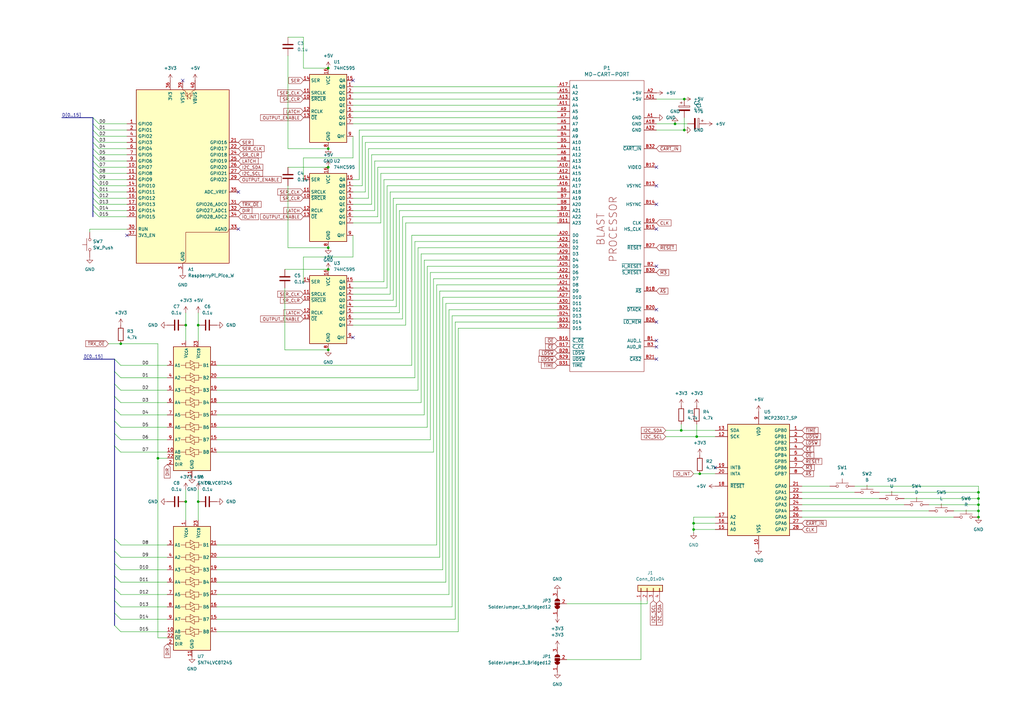
<source format=kicad_sch>
(kicad_sch (version 20231120) (generator "eeschema") (generator_version "8.0")
  (paper "A3")
  (junction (at 287.02 194.31))
  (junction (at 401.32 207.01))
  (junction (at 284.48 217.17))
  (junction (at 134.62 27.94))
  (junction (at 81.28 133.35))
  (junction (at 401.32 209.55))
  (junction (at 134.62 143.51))
  (junction (at 76.2 205.74))
  (junction (at 279.4 176.53))
  (junction (at 284.48 214.63))
  (junction (at 280.67 53.34))
  (junction (at 280.67 40.64))
  (junction (at 49.53 140.97))
  (junction (at 276.86 50.8))
  (junction (at 401.32 204.47))
  (junction (at 81.28 205.74))
  (junction (at 134.62 110.49))
  (junction (at 401.32 201.93))
  (junction (at 134.62 68.58))
  (junction (at 285.75 179.07))
  (junction (at 134.62 60.96))
  (junction (at 64.77 187.96))
  (junction (at 401.32 212.09))
  (junction (at 134.62 101.6))
  (junction (at 76.2 133.35))
  (no_connect (at 269.24 109.22))
  (no_connect (at 269.24 76.2))
  (no_connect (at 269.24 132.08))
  (no_connect (at 52.07 96.52))
  (no_connect (at 269.24 93.98))
  (no_connect (at 74.93 33.02))
  (no_connect (at 269.24 83.82))
  (no_connect (at 144.78 138.43))
  (no_connect (at 293.37 191.77))
  (no_connect (at 269.24 147.32))
  (no_connect (at 269.24 68.58))
  (no_connect (at 144.78 33.02))
  (no_connect (at 269.24 127))
  (no_connect (at 269.24 139.7))
  (no_connect (at 97.79 93.98))
  (no_connect (at 269.24 142.24))
  (no_connect (at 97.79 78.74))
  (bus_entry (at 46.99 226.06) (size 2.54 2.54))
  (bus_entry (at 38.1 63.5) (size 2.54 2.54))
  (bus_entry (at 38.1 71.12) (size 2.54 2.54))
  (bus_entry (at 38.1 48.26) (size 2.54 2.54))
  (bus_entry (at 46.99 220.98) (size 2.54 2.54))
  (bus_entry (at 38.1 76.2) (size 2.54 2.54))
  (bus_entry (at 46.99 182.88) (size 2.54 2.54))
  (bus_entry (at 46.99 172.72) (size 2.54 2.54))
  (bus_entry (at 46.99 177.8) (size 2.54 2.54))
  (bus_entry (at 38.1 78.74) (size 2.54 2.54))
  (bus_entry (at 38.1 83.82) (size 2.54 2.54))
  (bus_entry (at 38.1 53.34) (size 2.54 2.54))
  (bus_entry (at 46.99 251.46) (size 2.54 2.54))
  (bus_entry (at 46.99 152.4) (size 2.54 2.54))
  (bus_entry (at 46.99 231.14) (size 2.54 2.54))
  (bus_entry (at 46.99 241.3) (size 2.54 2.54))
  (bus_entry (at 38.1 55.88) (size 2.54 2.54))
  (bus_entry (at 38.1 50.8) (size 2.54 2.54))
  (bus_entry (at 38.1 73.66) (size 2.54 2.54))
  (bus_entry (at 46.99 236.22) (size 2.54 2.54))
  (bus_entry (at 46.99 147.32) (size 2.54 2.54))
  (bus_entry (at 46.99 246.38) (size 2.54 2.54))
  (bus_entry (at 38.1 60.96) (size 2.54 2.54))
  (bus_entry (at 46.99 256.54) (size 2.54 2.54))
  (bus_entry (at 38.1 58.42) (size 2.54 2.54))
  (bus_entry (at 46.99 167.64) (size 2.54 2.54))
  (bus_entry (at 38.1 68.58) (size 2.54 2.54))
  (bus_entry (at 38.1 81.28) (size 2.54 2.54))
  (bus_entry (at 46.99 157.48) (size 2.54 2.54))
  (bus_entry (at 38.1 86.36) (size 2.54 2.54))
  (bus_entry (at 38.1 66.04) (size 2.54 2.54))
  (bus_entry (at 46.99 162.56) (size 2.54 2.54))
  (wire (pts (xy 175.26 109.22) (xy 175.26 175.26)))
  (bus (pts (xy 46.99 157.48) (xy 46.99 152.4)))
  (wire (pts (xy 179.07 116.84) (xy 228.6 116.84)))
  (wire (pts (xy 40.64 86.36) (xy 52.07 86.36)))
  (wire (pts (xy 49.53 228.6) (xy 68.58 228.6)))
  (wire (pts (xy 168.91 149.86) (xy 168.91 96.52)))
  (wire (pts (xy 157.48 73.66) (xy 228.6 73.66)))
  (wire (pts (xy 88.9 160.02) (xy 171.45 160.02)))
  (wire (pts (xy 173.99 106.68) (xy 228.6 106.68)))
  (bus (pts (xy 46.99 152.4) (xy 46.99 147.32)))
  (wire (pts (xy 280.67 48.26) (xy 280.67 53.34)))
  (wire (pts (xy 64.77 140.97) (xy 64.77 187.96)))
  (wire (pts (xy 328.93 201.93) (xy 350.52 201.93)))
  (wire (pts (xy 148.59 55.88) (xy 228.6 55.88)))
  (wire (pts (xy 144.78 38.1) (xy 228.6 38.1)))
  (wire (pts (xy 88.9 175.26) (xy 175.26 175.26)))
  (wire (pts (xy 149.86 78.74) (xy 149.86 58.42)))
  (wire (pts (xy 40.64 71.12) (xy 52.07 71.12)))
  (wire (pts (xy 156.21 91.44) (xy 144.78 91.44)))
  (wire (pts (xy 228.6 129.54) (xy 185.42 129.54)))
  (wire (pts (xy 144.78 40.64) (xy 228.6 40.64)))
  (wire (pts (xy 88.9 154.94) (xy 170.18 154.94)))
  (wire (pts (xy 144.78 88.9) (xy 154.94 88.9)))
  (wire (pts (xy 49.53 175.26) (xy 68.58 175.26)))
  (bus (pts (xy 46.99 231.14) (xy 46.99 226.06)))
  (wire (pts (xy 180.34 228.6) (xy 88.9 228.6)))
  (wire (pts (xy 152.4 63.5) (xy 228.6 63.5)))
  (wire (pts (xy 287.02 194.31) (xy 293.37 194.31)))
  (bus (pts (xy 46.99 172.72) (xy 46.99 167.64)))
  (wire (pts (xy 284.48 194.31) (xy 287.02 194.31)))
  (bus (pts (xy 38.1 60.96) (xy 38.1 58.42)))
  (bus (pts (xy 46.99 246.38) (xy 46.99 241.3)))
  (wire (pts (xy 40.64 68.58) (xy 52.07 68.58)))
  (wire (pts (xy 170.18 99.06) (xy 170.18 154.94)))
  (wire (pts (xy 40.64 78.74) (xy 52.07 78.74)))
  (wire (pts (xy 265.43 247.65) (xy 265.43 246.38)))
  (wire (pts (xy 152.4 83.82) (xy 152.4 63.5)))
  (wire (pts (xy 40.64 55.88) (xy 52.07 55.88)))
  (wire (pts (xy 181.61 233.68) (xy 181.61 121.92)))
  (wire (pts (xy 160.02 78.74) (xy 228.6 78.74)))
  (wire (pts (xy 144.78 120.65) (xy 160.02 120.65)))
  (wire (pts (xy 118.11 22.86) (xy 118.11 60.96)))
  (bus (pts (xy 38.1 53.34) (xy 38.1 50.8)))
  (wire (pts (xy 49.53 149.86) (xy 68.58 149.86)))
  (wire (pts (xy 262.89 270.51) (xy 262.89 246.38)))
  (wire (pts (xy 381 207.01) (xy 401.32 207.01)))
  (wire (pts (xy 144.78 96.52) (xy 144.78 105.41)))
  (bus (pts (xy 38.1 55.88) (xy 38.1 53.34)))
  (wire (pts (xy 177.8 114.3) (xy 228.6 114.3)))
  (wire (pts (xy 163.83 86.36) (xy 163.83 128.27)))
  (wire (pts (xy 228.6 124.46) (xy 182.88 124.46)))
  (wire (pts (xy 64.77 187.96) (xy 64.77 261.62)))
  (wire (pts (xy 279.4 176.53) (xy 293.37 176.53)))
  (wire (pts (xy 401.32 201.93) (xy 401.32 204.47)))
  (wire (pts (xy 370.84 204.47) (xy 401.32 204.47)))
  (bus (pts (xy 38.1 50.8) (xy 38.1 48.26)))
  (wire (pts (xy 40.64 50.8) (xy 52.07 50.8)))
  (wire (pts (xy 177.8 114.3) (xy 177.8 185.42)))
  (wire (pts (xy 147.32 53.34) (xy 228.6 53.34)))
  (bus (pts (xy 38.1 66.04) (xy 38.1 63.5)))
  (wire (pts (xy 273.05 176.53) (xy 279.4 176.53)))
  (wire (pts (xy 284.48 214.63) (xy 284.48 212.09)))
  (wire (pts (xy 172.72 104.14) (xy 172.72 165.1)))
  (bus (pts (xy 46.99 226.06) (xy 46.99 220.98)))
  (wire (pts (xy 148.59 76.2) (xy 148.59 55.88)))
  (wire (pts (xy 285.75 179.07) (xy 293.37 179.07)))
  (wire (pts (xy 40.64 73.66) (xy 52.07 73.66)))
  (wire (pts (xy 49.53 140.97) (xy 64.77 140.97)))
  (wire (pts (xy 181.61 121.92) (xy 228.6 121.92)))
  (wire (pts (xy 328.93 209.55) (xy 381 209.55)))
  (wire (pts (xy 228.6 86.36) (xy 163.83 86.36)))
  (wire (pts (xy 184.15 127) (xy 228.6 127)))
  (wire (pts (xy 172.72 104.14) (xy 228.6 104.14)))
  (wire (pts (xy 176.53 111.76) (xy 228.6 111.76)))
  (wire (pts (xy 49.53 233.68) (xy 68.58 233.68)))
  (wire (pts (xy 186.69 254) (xy 186.69 132.08)))
  (wire (pts (xy 284.48 217.17) (xy 284.48 214.63)))
  (wire (pts (xy 144.78 76.2) (xy 148.59 76.2)))
  (wire (pts (xy 184.15 243.84) (xy 184.15 127)))
  (wire (pts (xy 328.93 204.47) (xy 360.68 204.47)))
  (wire (pts (xy 165.1 88.9) (xy 228.6 88.9)))
  (wire (pts (xy 171.45 101.6) (xy 228.6 101.6)))
  (wire (pts (xy 284.48 218.44) (xy 284.48 217.17)))
  (bus (pts (xy 38.1 78.74) (xy 38.1 76.2)))
  (wire (pts (xy 228.6 134.62) (xy 187.96 134.62)))
  (wire (pts (xy 76.2 200.66) (xy 76.2 205.74)))
  (wire (pts (xy 40.64 83.82) (xy 52.07 83.82)))
  (wire (pts (xy 88.9 223.52) (xy 179.07 223.52)))
  (wire (pts (xy 158.75 76.2) (xy 228.6 76.2)))
  (wire (pts (xy 170.18 99.06) (xy 228.6 99.06)))
  (bus (pts (xy 46.99 162.56) (xy 46.99 157.48)))
  (wire (pts (xy 124.46 64.77) (xy 124.46 73.66)))
  (wire (pts (xy 156.21 71.12) (xy 156.21 91.44)))
  (bus (pts (xy 38.1 63.5) (xy 38.1 60.96)))
  (wire (pts (xy 171.45 160.02) (xy 171.45 101.6)))
  (bus (pts (xy 38.1 58.42) (xy 38.1 55.88)))
  (wire (pts (xy 44.45 140.97) (xy 49.53 140.97)))
  (wire (pts (xy 88.9 254) (xy 186.69 254)))
  (wire (pts (xy 144.78 50.8) (xy 228.6 50.8)))
  (bus (pts (xy 38.1 76.2) (xy 38.1 73.66)))
  (wire (pts (xy 144.78 55.88) (xy 144.78 64.77)))
  (wire (pts (xy 134.62 101.6) (xy 118.11 101.6)))
  (wire (pts (xy 144.78 115.57) (xy 157.48 115.57)))
  (wire (pts (xy 360.68 201.93) (xy 401.32 201.93)))
  (wire (pts (xy 124.46 27.94) (xy 124.46 15.24)))
  (wire (pts (xy 285.75 173.99) (xy 285.75 179.07)))
  (wire (pts (xy 49.53 170.18) (xy 68.58 170.18)))
  (wire (pts (xy 180.34 119.38) (xy 180.34 228.6)))
  (wire (pts (xy 40.64 81.28) (xy 52.07 81.28)))
  (wire (pts (xy 88.9 243.84) (xy 184.15 243.84)))
  (wire (pts (xy 281.94 50.8) (xy 276.86 50.8)))
  (bus (pts (xy 38.1 86.36) (xy 38.1 83.82)))
  (wire (pts (xy 144.78 83.82) (xy 152.4 83.82)))
  (wire (pts (xy 158.75 118.11) (xy 158.75 76.2)))
  (wire (pts (xy 166.37 91.44) (xy 166.37 133.35)))
  (wire (pts (xy 49.53 223.52) (xy 68.58 223.52)))
  (wire (pts (xy 88.9 170.18) (xy 173.99 170.18)))
  (wire (pts (xy 185.42 248.92) (xy 88.9 248.92)))
  (wire (pts (xy 182.88 124.46) (xy 182.88 238.76)))
  (wire (pts (xy 36.83 93.98) (xy 36.83 95.25)))
  (wire (pts (xy 144.78 81.28) (xy 151.13 81.28)))
  (wire (pts (xy 160.02 120.65) (xy 160.02 78.74)))
  (wire (pts (xy 276.86 50.8) (xy 269.24 50.8)))
  (wire (pts (xy 144.78 64.77) (xy 124.46 64.77)))
  (wire (pts (xy 49.53 185.42) (xy 68.58 185.42)))
  (wire (pts (xy 40.64 66.04) (xy 52.07 66.04)))
  (wire (pts (xy 134.62 110.49) (xy 116.84 110.49)))
  (wire (pts (xy 49.53 165.1) (xy 68.58 165.1)))
  (wire (pts (xy 88.9 149.86) (xy 168.91 149.86)))
  (wire (pts (xy 328.93 207.01) (xy 370.84 207.01)))
  (bus (pts (xy 46.99 251.46) (xy 46.99 246.38)))
  (wire (pts (xy 49.53 160.02) (xy 68.58 160.02)))
  (wire (pts (xy 168.91 96.52) (xy 228.6 96.52)))
  (wire (pts (xy 144.78 45.72) (xy 228.6 45.72)))
  (wire (pts (xy 173.99 170.18) (xy 173.99 106.68)))
  (wire (pts (xy 284.48 217.17) (xy 293.37 217.17)))
  (wire (pts (xy 161.29 123.19) (xy 161.29 81.28)))
  (wire (pts (xy 116.84 118.11) (xy 116.84 143.51)))
  (wire (pts (xy 185.42 129.54) (xy 185.42 248.92)))
  (wire (pts (xy 49.53 154.94) (xy 68.58 154.94)))
  (wire (pts (xy 151.13 60.96) (xy 228.6 60.96)))
  (wire (pts (xy 88.9 233.68) (xy 181.61 233.68)))
  (wire (pts (xy 144.78 105.41) (xy 124.46 105.41)))
  (wire (pts (xy 81.28 128.27) (xy 81.28 133.35)))
  (wire (pts (xy 154.94 68.58) (xy 228.6 68.58)))
  (wire (pts (xy 186.69 132.08) (xy 228.6 132.08)))
  (wire (pts (xy 88.9 165.1) (xy 172.72 165.1)))
  (wire (pts (xy 40.64 58.42) (xy 52.07 58.42)))
  (wire (pts (xy 144.78 125.73) (xy 162.56 125.73)))
  (wire (pts (xy 401.32 207.01) (xy 401.32 209.55)))
  (wire (pts (xy 64.77 261.62) (xy 68.58 261.62)))
  (wire (pts (xy 88.9 180.34) (xy 176.53 180.34)))
  (wire (pts (xy 144.78 73.66) (xy 147.32 73.66)))
  (wire (pts (xy 149.86 58.42) (xy 228.6 58.42)))
  (wire (pts (xy 176.53 180.34) (xy 176.53 111.76)))
  (wire (pts (xy 88.9 185.42) (xy 177.8 185.42)))
  (wire (pts (xy 153.67 86.36) (xy 144.78 86.36)))
  (bus (pts (xy 46.99 167.64) (xy 46.99 162.56)))
  (wire (pts (xy 182.88 238.76) (xy 88.9 238.76)))
  (wire (pts (xy 49.53 254) (xy 68.58 254)))
  (bus (pts (xy 46.99 241.3) (xy 46.99 236.22)))
  (wire (pts (xy 124.46 105.41) (xy 124.46 115.57)))
  (wire (pts (xy 64.77 187.96) (xy 68.58 187.96)))
  (wire (pts (xy 144.78 130.81) (xy 165.1 130.81)))
  (wire (pts (xy 40.64 76.2) (xy 52.07 76.2)))
  (wire (pts (xy 157.48 115.57) (xy 157.48 73.66)))
  (wire (pts (xy 144.78 43.18) (xy 228.6 43.18)))
  (wire (pts (xy 76.2 128.27) (xy 76.2 133.35)))
  (bus (pts (xy 46.99 256.54) (xy 46.99 251.46)))
  (wire (pts (xy 269.24 40.64) (xy 280.67 40.64)))
  (wire (pts (xy 350.52 199.39) (xy 401.32 199.39)))
  (wire (pts (xy 144.78 123.19) (xy 161.29 123.19)))
  (wire (pts (xy 280.67 53.34) (xy 269.24 53.34)))
  (wire (pts (xy 154.94 88.9) (xy 154.94 68.58)))
  (wire (pts (xy 401.32 209.55) (xy 401.32 212.09)))
  (wire (pts (xy 228.6 119.38) (xy 180.34 119.38)))
  (wire (pts (xy 228.6 91.44) (xy 166.37 91.44)))
  (bus (pts (xy 38.1 73.66) (xy 38.1 71.12)))
  (wire (pts (xy 163.83 128.27) (xy 144.78 128.27)))
  (wire (pts (xy 328.93 212.09) (xy 391.16 212.09)))
  (wire (pts (xy 49.53 243.84) (xy 68.58 243.84)))
  (wire (pts (xy 279.4 173.99) (xy 279.4 176.53)))
  (wire (pts (xy 232.41 270.51) (xy 262.89 270.51)))
  (wire (pts (xy 52.07 93.98) (xy 36.83 93.98)))
  (bus (pts (xy 46.99 147.32) (xy 34.29 147.32)))
  (wire (pts (xy 187.96 134.62) (xy 187.96 259.08)))
  (wire (pts (xy 76.2 133.35) (xy 76.2 139.7)))
  (wire (pts (xy 161.29 81.28) (xy 228.6 81.28)))
  (wire (pts (xy 162.56 83.82) (xy 228.6 83.82)))
  (wire (pts (xy 134.62 68.58) (xy 118.11 68.58)))
  (wire (pts (xy 401.32 199.39) (xy 401.32 201.93)))
  (wire (pts (xy 401.32 204.47) (xy 401.32 207.01)))
  (wire (pts (xy 124.46 15.24) (xy 118.11 15.24)))
  (wire (pts (xy 49.53 259.08) (xy 68.58 259.08)))
  (bus (pts (xy 38.1 83.82) (xy 38.1 81.28)))
  (bus (pts (xy 46.99 220.98) (xy 46.99 182.88)))
  (wire (pts (xy 40.64 88.9) (xy 52.07 88.9)))
  (wire (pts (xy 81.28 205.74) (xy 81.28 213.36)))
  (wire (pts (xy 147.32 73.66) (xy 147.32 53.34)))
  (wire (pts (xy 284.48 212.09) (xy 293.37 212.09)))
  (wire (pts (xy 151.13 81.28) (xy 151.13 60.96)))
  (wire (pts (xy 391.16 209.55) (xy 401.32 209.55)))
  (wire (pts (xy 144.78 78.74) (xy 149.86 78.74)))
  (bus (pts (xy 46.99 236.22) (xy 46.99 231.14)))
  (wire (pts (xy 179.07 223.52) (xy 179.07 116.84)))
  (wire (pts (xy 162.56 125.73) (xy 162.56 83.82)))
  (wire (pts (xy 175.26 109.22) (xy 228.6 109.22)))
  (wire (pts (xy 40.64 60.96) (xy 52.07 60.96)))
  (wire (pts (xy 144.78 35.56) (xy 228.6 35.56)))
  (wire (pts (xy 116.84 143.51) (xy 134.62 143.51)))
  (wire (pts (xy 144.78 118.11) (xy 158.75 118.11)))
  (wire (pts (xy 49.53 180.34) (xy 68.58 180.34)))
  (wire (pts (xy 134.62 27.94) (xy 124.46 27.94)))
  (wire (pts (xy 76.2 205.74) (xy 76.2 213.36)))
  (wire (pts (xy 49.53 238.76) (xy 68.58 238.76)))
  (wire (pts (xy 81.28 133.35) (xy 81.28 139.7)))
  (bus (pts (xy 46.99 177.8) (xy 46.99 172.72)))
  (wire (pts (xy 284.48 214.63) (xy 293.37 214.63)))
  (wire (pts (xy 153.67 66.04) (xy 228.6 66.04)))
  (wire (pts (xy 118.11 60.96) (xy 134.62 60.96)))
  (wire (pts (xy 273.05 179.07) (xy 285.75 179.07)))
  (bus (pts (xy 38.1 88.9) (xy 38.1 86.36)))
  (wire (pts (xy 165.1 130.81) (xy 165.1 88.9)))
  (bus (pts (xy 25.4 48.26) (xy 38.1 48.26)))
  (bus (pts (xy 38.1 71.12) (xy 38.1 68.58)))
  (wire (pts (xy 144.78 48.26) (xy 228.6 48.26)))
  (wire (pts (xy 187.96 259.08) (xy 88.9 259.08)))
  (wire (pts (xy 40.64 63.5) (xy 52.07 63.5)))
  (wire (pts (xy 118.11 101.6) (xy 118.11 76.2)))
  (wire (pts (xy 153.67 66.04) (xy 153.67 86.36)))
  (bus (pts (xy 38.1 81.28) (xy 38.1 78.74)))
  (wire (pts (xy 328.93 199.39) (xy 340.36 199.39)))
  (wire (pts (xy 156.21 71.12) (xy 228.6 71.12)))
  (wire (pts (xy 81.28 200.66) (xy 81.28 205.74)))
  (bus (pts (xy 46.99 182.88) (xy 46.99 177.8)))
  (wire (pts (xy 40.64 53.34) (xy 52.07 53.34)))
  (bus (pts (xy 38.1 68.58) (xy 38.1 66.04)))
  (wire (pts (xy 49.53 248.92) (xy 68.58 248.92)))
  (wire (pts (xy 166.37 133.35) (xy 144.78 133.35)))
  (wire (pts (xy 232.41 247.65) (xy 265.43 247.65)))
  (label "D0" (at 40.64 50.8 0))
  (label "D[0..15]" (at 25.4 48.26 0))
  (label "D9" (at 40.64 73.66 0))
  (label "D11" (at 40.64 78.74 0))
  (label "D10" (at 60.96 233.68 180))
  (label "D15" (at 60.96 259.08 180))
  (label "D12" (at 40.64 81.28 0))
  (label "D[0..15]" (at 34.29 147.32 0))
  (label "D13" (at 60.96 248.92 180))
  (label "D6" (at 60.96 180.34 180))
  (label "D15" (at 40.64 88.9 0))
  (label "D8" (at 60.96 223.52 180))
  (label "D3" (at 60.96 165.1 180))
  (label "D14" (at 60.96 254 180))
  (label "D0" (at 60.96 149.86 180))
  (label "D2" (at 60.96 160.02 180))
  (label "D12" (at 60.96 243.84 180))
  (label "D10" (at 40.64 76.2 0))
  (label "D5" (at 60.96 175.26 180))
  (label "D6" (at 40.64 66.04 0))
  (label "D7" (at 60.96 185.42 180))
  (label "D2" (at 40.64 55.88 0))
  (label "D1" (at 40.64 53.34 0))
  (label "D4" (at 40.64 60.96 0))
  (label "D1" (at 60.96 154.94 180))
  (label "D13" (at 40.64 83.82 0))
  (label "D4" (at 60.96 170.18 180))
  (label "D8" (at 40.64 71.12 0))
  (label "D9" (at 60.96 228.6 180))
  (label "D3" (at 40.64 58.42 0))
  (label "D14" (at 40.64 86.36 0))
  (label "D7" (at 40.64 68.58 0))
  (label "D5" (at 40.64 63.5 0))
  (label "D11" (at 60.96 238.76 180))
  (global_label "SER_CLK" (shape input) (at 124.46 38.1 180) (property "Intersheetrefs" "${INTERSHEET_REFS}" (effects (hide yes))))
  (global_label "~{M3}" (shape input) (at 328.93 191.77 0) (property "Intersheetrefs" "${INTERSHEET_REFS}" (effects (hide yes))))
  (global_label "I2C_SDA" (shape input) (at 273.05 176.53 180) (property "Intersheetrefs" "${INTERSHEET_REFS}" (effects (hide yes))))
  (global_label "~{RESET}" (shape input) (at 328.93 189.23 0) (property "Intersheetrefs" "${INTERSHEET_REFS}" (effects (hide yes))))
  (global_label "DIR" (shape input) (at 68.58 190.5 270) (property "Intersheetrefs" "${INTERSHEET_REFS}" (effects (hide yes))))
  (global_label "~{TIME}" (shape input) (at 228.6 149.86 180) (property "Intersheetrefs" "${INTERSHEET_REFS}" (effects (hide yes))))
  (global_label "LATCH" (shape input) (at 97.79 66.04 0) (property "Intersheetrefs" "${INTERSHEET_REFS}" (effects (hide yes))))
  (global_label "~{OE}" (shape input) (at 228.6 139.7 180) (property "Intersheetrefs" "${INTERSHEET_REFS}" (effects (hide yes))))
  (global_label "~{TIME}" (shape input) (at 328.93 176.53 0) (property "Intersheetrefs" "${INTERSHEET_REFS}" (effects (hide yes))))
  (global_label "IO_INT" (shape input) (at 284.48 194.31 180) (property "Intersheetrefs" "${INTERSHEET_REFS}" (effects (hide yes))))
  (global_label "SR_CLR" (shape input) (at 124.46 123.19 180) (property "Intersheetrefs" "${INTERSHEET_REFS}" (effects (hide yes))))
  (global_label "~{LDSW}" (shape input) (at 228.6 144.78 180) (property "Intersheetrefs" "${INTERSHEET_REFS}" (effects (hide yes))))
  (global_label "~{CART_IN}" (shape input) (at 328.93 214.63 0) (property "Intersheetrefs" "${INTERSHEET_REFS}" (effects (hide yes))))
  (global_label "SR_CLR" (shape input) (at 124.46 40.64 180) (property "Intersheetrefs" "${INTERSHEET_REFS}" (effects (hide yes))))
  (global_label "OUTPUT_ENABLE" (shape input) (at 124.46 88.9 180) (property "Intersheetrefs" "${INTERSHEET_REFS}" (effects (hide yes))))
  (global_label "OUTPUT_ENABLE" (shape input) (at 97.79 73.66 0) (property "Intersheetrefs" "${INTERSHEET_REFS}" (effects (hide yes))))
  (global_label "SER_CLK" (shape input) (at 124.46 120.65 180) (property "Intersheetrefs" "${INTERSHEET_REFS}" (effects (hide yes))))
  (global_label "~{AS}" (shape input) (at 269.24 119.38 0) (property "Intersheetrefs" "${INTERSHEET_REFS}" (effects (hide yes))))
  (global_label "LATCH" (shape input) (at 124.46 128.27 180) (property "Intersheetrefs" "${INTERSHEET_REFS}" (effects (hide yes))))
  (global_label "I2C_SCL" (shape input) (at 97.79 71.12 0) (property "Intersheetrefs" "${INTERSHEET_REFS}" (effects (hide yes))))
  (global_label "~{CE}" (shape input) (at 228.6 142.24 180) (property "Intersheetrefs" "${INTERSHEET_REFS}" (effects (hide yes))))
  (global_label "SR_CLR" (shape input) (at 124.46 81.28 180) (property "Intersheetrefs" "${INTERSHEET_REFS}" (effects (hide yes))))
  (global_label "I2C_SDA" (shape input) (at 270.51 246.38 270) (property "Intersheetrefs" "${INTERSHEET_REFS}" (effects (hide yes))))
  (global_label "CLK" (shape input) (at 269.24 91.44 0) (property "Intersheetrefs" "${INTERSHEET_REFS}" (effects (hide yes))))
  (global_label "LATCH" (shape input) (at 124.46 45.72 180) (property "Intersheetrefs" "${INTERSHEET_REFS}" (effects (hide yes))))
  (global_label "I2C_SCL" (shape input) (at 273.05 179.07 180) (property "Intersheetrefs" "${INTERSHEET_REFS}" (effects (hide yes))))
  (global_label "I2C_SCL" (shape input) (at 267.97 246.38 270) (property "Intersheetrefs" "${INTERSHEET_REFS}" (effects (hide yes))))
  (global_label "SER_CLK" (shape input) (at 97.79 60.96 0) (property "Intersheetrefs" "${INTERSHEET_REFS}" (effects (hide yes))))
  (global_label "~{CART_IN}" (shape input) (at 269.24 60.96 0) (property "Intersheetrefs" "${INTERSHEET_REFS}" (effects (hide yes))))
  (global_label "SER" (shape input) (at 124.46 33.02 180) (property "Intersheetrefs" "${INTERSHEET_REFS}" (effects (hide yes))))
  (global_label "~{UDSW}" (shape input) (at 328.93 179.07 0) (property "Intersheetrefs" "${INTERSHEET_REFS}" (effects (hide yes))))
  (global_label "DIR" (shape input) (at 68.58 264.16 270) (property "Intersheetrefs" "${INTERSHEET_REFS}" (effects (hide yes))))
  (global_label "~{LDSW}" (shape input) (at 328.93 181.61 0) (property "Intersheetrefs" "${INTERSHEET_REFS}" (effects (hide yes))))
  (global_label "~{TRX_OE}" (shape input) (at 44.45 140.97 180) (property "Intersheetrefs" "${INTERSHEET_REFS}" (effects (hide yes))))
  (global_label "CLK" (shape input) (at 328.93 217.17 0) (property "Intersheetrefs" "${INTERSHEET_REFS}" (effects (hide yes))))
  (global_label "DIR" (shape input) (at 97.79 86.36 0) (property "Intersheetrefs" "${INTERSHEET_REFS}" (effects (hide yes))))
  (global_label "IO_INT" (shape input) (at 97.79 88.9 0) (property "Intersheetrefs" "${INTERSHEET_REFS}" (effects (hide yes))))
  (global_label "SER_CLK" (shape input) (at 124.46 78.74 180) (property "Intersheetrefs" "${INTERSHEET_REFS}" (effects (hide yes))))
  (global_label "SER" (shape input) (at 97.79 58.42 0) (property "Intersheetrefs" "${INTERSHEET_REFS}" (effects (hide yes))))
  (global_label "~{RESET}" (shape input) (at 269.24 101.6 0) (property "Intersheetrefs" "${INTERSHEET_REFS}" (effects (hide yes))))
  (global_label "~{AS}" (shape input) (at 328.93 194.31 0) (property "Intersheetrefs" "${INTERSHEET_REFS}" (effects (hide yes))))
  (global_label "~{TRX_OE}" (shape input) (at 97.79 83.82 0) (property "Intersheetrefs" "${INTERSHEET_REFS}" (effects (hide yes))))
  (global_label "~{OE}" (shape input) (at 328.93 186.69 0) (property "Intersheetrefs" "${INTERSHEET_REFS}" (effects (hide yes))))
  (global_label "~{UDSW}" (shape input) (at 228.6 147.32 180) (property "Intersheetrefs" "${INTERSHEET_REFS}" (effects (hide yes))))
  (global_label "OUTPUT_ENABLE" (shape input) (at 124.46 130.81 180) (property "Intersheetrefs" "${INTERSHEET_REFS}" (effects (hide yes))))
  (global_label "~{M3}" (shape input) (at 269.24 111.76 0) (property "Intersheetrefs" "${INTERSHEET_REFS}" (effects (hide yes))))
  (global_label "LATCH" (shape input) (at 124.46 86.36 180) (property "Intersheetrefs" "${INTERSHEET_REFS}" (effects (hide yes))))
  (global_label "I2C_SDA" (shape input) (at 97.79 68.58 0) (property "Intersheetrefs" "${INTERSHEET_REFS}" (effects (hide yes))))
  (global_label "SR_CLR" (shape input) (at 97.79 63.5 0) (property "Intersheetrefs" "${INTERSHEET_REFS}" (effects (hide yes))))
  (global_label "OUTPUT_ENABLE" (shape input) (at 124.46 48.26 180) (property "Intersheetrefs" "${INTERSHEET_REFS}" (effects (hide yes))))
  (global_label "~{CE}" (shape input) (at 328.93 184.15 0) (property "Intersheetrefs" "${INTERSHEET_REFS}" (effects (hide yes))))
  (symbol (lib_id "Device:C") (at 85.09 205.74 90) (unit 1)
    (property "Reference" "C9" (at 85.09 198.12 90))
    (property "Value" "0.1u" (at 85.09 200.66 90))
    (property "Footprint" "Capacitor_THT:C_Disc_D5.1mm_W3.2mm_P5.00mm" (effects (hide yes)))
    (property "Description" "Unpolarized capacitor" (effects (hide yes)))
  )
  (symbol (lib_id "power:+5V") (at 269.24 38.1 270) (unit 1)
    (property "Reference" "#PWR01" (effects (hide yes)))
    (property "Value" "+5V" (at 273.05 38.0999 90) (effects (justify left)))
    (property "Description" "Power symbol creates a global label with name \"+5V\"" (effects (hide yes)))
  )
  (symbol (lib_id "MCU_Module_RaspberryPi_Pico:RaspberryPi_Pico_W") (at 74.93 73.66 0) (unit 1)
    (property "Reference" "A1" (at 77.1241 110.49 0) (effects (justify left)))
    (property "Value" "RaspberryPi_Pico_W" (at 77.1241 113.03 0) (effects (justify left)))
    (property "Footprint" "Module_RaspberryPi_Pico:RaspberryPi_Pico_Common" (effects (hide yes)))
    (property "Datasheet" "https://datasheets.raspberrypi.com/picow/pico-w-datasheet.pdf" (effects (hide yes)))
    (property "Description" "Versatile and inexpensive wireless microcontroller module powered by RP2040 dual-core Arm Cortex-M0+ processor up to 133 MHz, 264kB SRAM, 2MB QSPI flash, Infineon CYW43439 2.4GHz 802.11n wireless LAN" (effects (hide yes)))
  )
  (symbol (lib_id "power:+3V3") (at 69.85 33.02 0) (unit 1)
    (property "Reference" "#PWR012" (effects (hide yes)))
    (property "Value" "+3V3" (at 69.85 27.94 0))
    (property "Description" "Power symbol creates a global label with name \"+3V3\"" (effects (hide yes)))
  )
  (symbol (lib_id "power:+5V") (at 134.62 68.58 0) (unit 1)
    (property "Reference" "#PWR017" (effects (hide yes)))
    (property "Value" "+5V" (at 134.62 63.5 0))
    (property "Description" "Power symbol creates a global label with name \"+5V\"" (effects (hide yes)))
  )
  (symbol (lib_id "Switch:SW_Push") (at 386.08 209.55 0) (unit 1)
    (property "Reference" "SW5" (at 386.08 201.93 0))
    (property "Value" "L" (at 386.08 204.47 0))
    (property "Footprint" "Button_Switch_THT:SW_PUSH_6mm" (effects (hide yes)))
    (property "Description" "Push button switch, generic, two pins" (effects (hide yes)))
  )
  (symbol (lib_id "Device:C_Polarized") (at 280.67 44.45 0) (unit 1)
    (property "Reference" "C2" (at 284.48 42.2909 0) (effects (justify left)))
    (property "Value" "47u" (at 284.48 44.8309 0) (effects (justify left)))
    (property "Footprint" "Capacitor_THT:CP_Radial_D5.0mm_P2.50mm" (effects (hide yes)))
    (property "Description" "Polarized capacitor" (effects (hide yes)))
  )
  (symbol (lib_id "Device:R") (at 285.75 170.18 0) (unit 1)
    (property "Reference" "R4" (at 288.29 168.9099 0) (effects (justify left)))
    (property "Value" "4.7k" (at 288.29 171.4499 0) (effects (justify left)))
    (property "Footprint" "Resistor_THT:R_Axial_DIN0207_L6.3mm_D2.5mm_P10.16mm_Horizontal" (effects (hide yes)))
    (property "Description" "Resistor" (effects (hide yes)))
  )
  (symbol (lib_id "power:GND") (at 134.62 143.51 0) (unit 1)
    (property "Reference" "#PWR021" (effects (hide yes)))
    (property "Value" "GND" (at 134.62 148.59 0))
    (property "Description" "Power symbol creates a global label with name \"GND\" , ground" (effects (hide yes)))
  )
  (symbol (lib_id "Switch:SW_Push") (at 36.83 100.33 90) (unit 1)
    (property "Reference" "SW7" (at 38.1 99.0599 90) (effects (justify right)))
    (property "Value" "SW_Push" (at 38.1 101.5999 90) (effects (justify right)))
    (property "Footprint" "Button_Switch_THT:SW_PUSH_6mm" (effects (hide yes)))
    (property "Description" "Push button switch, generic, two pins" (effects (hide yes)))
  )
  (symbol (lib_id "power:+5V") (at 293.37 199.39 90) (unit 1)
    (property "Reference" "#PWR026" (effects (hide yes)))
    (property "Value" "+5V" (at 289.56 199.3899 90) (effects (justify left)))
    (property "Description" "Power symbol creates a global label with name \"+5V\"" (effects (hide yes)))
  )
  (symbol (lib_id "Switch:SW_Push") (at 355.6 201.93 0) (unit 1)
    (property "Reference" "SW2" (at 355.6 194.31 0))
    (property "Value" "B" (at 355.6 196.85 0))
    (property "Footprint" "Button_Switch_THT:SW_PUSH_6mm" (effects (hide yes)))
    (property "Description" "Push button switch, generic, two pins" (effects (hide yes)))
  )
  (symbol (lib_id "power:GND") (at 74.93 111.76 0) (unit 1)
    (property "Reference" "#PWR013" (effects (hide yes)))
    (property "Value" "GND" (at 74.93 116.84 0))
    (property "Description" "Power symbol creates a global label with name \"GND\" , ground" (effects (hide yes)))
  )
  (symbol (lib_id "Switch:SW_Push") (at 345.44 199.39 0) (unit 1)
    (property "Reference" "SW1" (at 345.44 191.77 0))
    (property "Value" "A" (at 345.44 194.31 0))
    (property "Footprint" "Button_Switch_THT:SW_PUSH_6mm" (effects (hide yes)))
    (property "Description" "Push button switch, generic, two pins" (effects (hide yes)))
  )
  (symbol (lib_id "Logic_LevelTranslator:SN74LVC8T245") (at 78.74 241.3 0) (unit 1)
    (property "Reference" "U7" (at 80.9341 269.24 0) (effects (justify left)))
    (property "Value" "SN74LVC8T245" (at 80.9341 271.78 0) (effects (justify left)))
    (property "Footprint" "Package_SO:TSSOP-24_4.4x7.8mm_P0.65mm" (effects (hide yes)))
    (property "Datasheet" "https://www.ti.com/lit/ds/symlink/sn74lvc8t245.pdf" (effects (hide yes)))
    (property "Description" "8-Bit Dual-Supply Bus Transceiver With Configurable Voltage Translation and 3-State Outputs" (effects (hide yes)))
  )
  (symbol (lib_id "power:GND") (at 134.62 60.96 0) (unit 1)
    (property "Reference" "#PWR019" (effects (hide yes)))
    (property "Value" "GND" (at 134.62 66.04 0))
    (property "Description" "Power symbol creates a global label with name \"GND\" , ground" (effects (hide yes)))
  )
  (symbol (lib_id "74xx:74HC595") (at 134.62 125.73 0) (unit 1)
    (property "Reference" "U3" (at 136.8141 107.95 0) (effects (justify left)))
    (property "Value" "74HC595" (at 136.8141 110.49 0) (effects (justify left)))
    (property "Footprint" "Package_DIP:DIP-16_W7.62mm" (effects (hide yes)))
    (property "Datasheet" "http://www.ti.com/lit/ds/symlink/sn74hc595.pdf" (effects (hide yes)))
    (property "Description" "8-bit serial in/out Shift Register 3-State Outputs" (effects (hide yes)))
  )
  (symbol (lib_id "Interface_Expansion:MCP23017_SP") (at 311.15 196.85 0) (unit 1)
    (property "Reference" "U5" (at 313.3441 168.91 0) (effects (justify left)))
    (property "Value" "MCP23017_SP" (at 313.3441 171.45 0) (effects (justify left)))
    (property "Footprint" "Package_DIP:DIP-28_W7.62mm" (effects (hide yes)))
    (property "Datasheet" "http://ww1.microchip.com/downloads/en/DeviceDoc/20001952C.pdf" (effects (hide yes)))
    (property "Description" "16-bit I/O expander, I2C, interrupts, w pull-ups, SPDIP-28" (effects (hide yes)))
  )
  (symbol (lib_id "power:GND") (at 68.58 133.35 270) (unit 1)
    (property "Reference" "#PWR035" (effects (hide yes)))
    (property "Value" "GND" (at 64.77 133.3499 90) (effects (justify right)))
    (property "Description" "Power symbol creates a global label with name \"GND\" , ground" (effects (hide yes)))
  )
  (symbol (lib_id "power:GND") (at 134.62 101.6 0) (unit 1)
    (property "Reference" "#PWR020" (effects (hide yes)))
    (property "Value" "GND" (at 134.62 106.68 0))
    (property "Description" "Power symbol creates a global label with name \"GND\" , ground" (effects (hide yes)))
  )
  (symbol (lib_id "power:+3V3") (at 228.6 252.73 180) (unit 1)
    (property "Reference" "#PWR030" (effects (hide yes)))
    (property "Value" "+3V3" (at 228.6 257.81 0))
    (property "Description" "Power symbol creates a global label with name \"+3V3\"" (effects (hide yes)))
  )
  (symbol (lib_id "Device:C") (at 72.39 133.35 90) (unit 1)
    (property "Reference" "C7" (at 72.39 125.73 90))
    (property "Value" "0.1u" (at 72.39 128.27 90))
    (property "Footprint" "Capacitor_THT:C_Disc_D5.1mm_W3.2mm_P5.00mm" (effects (hide yes)))
    (property "Description" "Unpolarized capacitor" (effects (hide yes)))
  )
  (symbol (lib_id "Device:C") (at 116.84 114.3 0) (unit 1)
    (property "Reference" "C5" (at 120.65 113.0299 0) (effects (justify left)))
    (property "Value" "0.1u" (at 120.65 115.5699 0) (effects (justify left)))
    (property "Footprint" "Capacitor_THT:C_Disc_D5.1mm_W3.2mm_P5.00mm" (effects (hide yes)))
    (property "Description" "Unpolarized capacitor" (effects (hide yes)))
  )
  (symbol (lib_id "Device:R") (at 287.02 190.5 0) (unit 1)
    (property "Reference" "R2" (at 289.56 189.2299 0) (effects (justify left)))
    (property "Value" "4.7k" (at 289.56 191.7699 0) (effects (justify left)))
    (property "Footprint" "Resistor_THT:R_Axial_DIN0207_L6.3mm_D2.5mm_P10.16mm_Horizontal" (effects (hide yes)))
    (property "Description" "Resistor" (effects (hide yes)))
  )
  (symbol (lib_id "power:+3V3") (at 76.2 200.66 0) (unit 1)
    (property "Reference" "#PWR038" (effects (hide yes)))
    (property "Value" "+3V3" (at 76.2 195.58 0))
    (property "Description" "Power symbol creates a global label with name \"+3V3\"" (effects (hide yes)))
  )
  (symbol (lib_id "power:GND") (at 228.6 275.59 0) (unit 1)
    (property "Reference" "#PWR03" (effects (hide yes)))
    (property "Value" "GND" (at 228.6 280.67 0))
    (property "Description" "Power symbol creates a global label with name \"GND\" , ground" (effects (hide yes)))
  )
  (symbol (lib_id "Connector_Generic:Conn_01x04") (at 265.43 241.3 90) (unit 1)
    (property "Reference" "J1" (at 266.7 234.95 90))
    (property "Value" "Conn_01x04" (at 266.7 237.49 90))
    (property "Footprint" "Connector_PinSocket_2.54mm:PinSocket_1x04_P2.54mm_Vertical" (effects (hide yes)))
    (property "Description" "Generic connector, single row, 01x04, script generated (kicad-library-utils/schlib/autogen/connector/)" (effects (hide yes)))
  )
  (symbol (lib_id "power:+5V") (at 311.15 168.91 0) (unit 1)
    (property "Reference" "#PWR08" (effects (hide yes)))
    (property "Value" "+5V" (at 311.15 163.83 0))
    (property "Description" "Power symbol creates a global label with name \"+5V\"" (effects (hide yes)))
  )
  (symbol (lib_id "Device:R") (at 279.4 170.18 0) (unit 1)
    (property "Reference" "R1" (at 281.94 168.9099 0) (effects (justify left)))
    (property "Value" "4.7k" (at 281.94 171.4499 0) (effects (justify left)))
    (property "Footprint" "Resistor_THT:R_Axial_DIN0207_L6.3mm_D2.5mm_P10.16mm_Horizontal" (effects (hide yes)))
    (property "Description" "Resistor" (effects (hide yes)))
  )
  (symbol (lib_id "power:+3V3") (at 228.6 265.43 0) (unit 1)
    (property "Reference" "#PWR029" (effects (hide yes)))
    (property "Value" "+3V3" (at 228.6 260.35 0))
    (property "Description" "Power symbol creates a global label with name \"+3V3\"" (effects (hide yes)))
  )
  (symbol (lib_id "Device:C") (at 118.11 19.05 0) (unit 1)
    (property "Reference" "C3" (at 121.92 17.7799 0) (effects (justify left)))
    (property "Value" "0.1u" (at 121.92 20.3199 0) (effects (justify left)))
    (property "Footprint" "Capacitor_THT:C_Disc_D5.1mm_W3.2mm_P5.00mm" (effects (hide yes)))
    (property "Description" "Unpolarized capacitor" (effects (hide yes)))
  )
  (symbol (lib_id "power:GND") (at 401.32 212.09 0) (unit 1)
    (property "Reference" "#PWR014" (effects (hide yes)))
    (property "Value" "GND" (at 401.32 217.17 0))
    (property "Description" "Power symbol creates a global label with name \"GND\" , ground" (effects (hide yes)))
  )
  (symbol (lib_id "power:+3V3") (at 76.2 128.27 0) (unit 1)
    (property "Reference" "#PWR022" (effects (hide yes)))
    (property "Value" "+3V3" (at 76.2 123.19 0))
    (property "Description" "Power symbol creates a global label with name \"+3V3\"" (effects (hide yes)))
  )
  (symbol (lib_id "power:+3V3") (at 287.02 186.69 0) (unit 1)
    (property "Reference" "#PWR011" (effects (hide yes)))
    (property "Value" "+3V3" (at 287.02 181.61 0))
    (property "Description" "Power symbol creates a global label with name \"+3V3\"" (effects (hide yes)))
  )
  (symbol (lib_id "Switch:SW_Push") (at 375.92 207.01 0) (unit 1)
    (property "Reference" "SW4" (at 375.92 199.39 0))
    (property "Value" "D" (at 375.92 201.93 0))
    (property "Footprint" "Button_Switch_THT:SW_PUSH_6mm" (effects (hide yes)))
    (property "Description" "Push button switch, generic, two pins" (effects (hide yes)))
  )
  (symbol (lib_id "power:+3V3") (at 279.4 166.37 0) (unit 1)
    (property "Reference" "#PWR010" (effects (hide yes)))
    (property "Value" "+3V3" (at 279.4 161.29 0))
    (property "Description" "Power symbol creates a global label with name \"+3V3\"" (effects (hide yes)))
  )
  (symbol (lib_id "power:GND") (at 228.6 242.57 180) (unit 1)
    (property "Reference" "#PWR028" (effects (hide yes)))
    (property "Value" "GND" (at 228.6 237.49 0))
    (property "Description" "Power symbol creates a global label with name \"GND\" , ground" (effects (hide yes)))
  )
  (symbol (lib_id "Device:C_Polarized") (at 285.75 50.8 270) (unit 1)
    (property "Reference" "C1" (at 286.639 43.18 90))
    (property "Value" "47u" (at 286.639 45.72 90))
    (property "Footprint" "Capacitor_THT:CP_Radial_D5.0mm_P2.50mm" (effects (hide yes)))
    (property "Description" "Polarized capacitor" (effects (hide yes)))
  )
  (symbol (lib_id "power:GND") (at 276.86 50.8 180) (unit 1)
    (property "Reference" "#PWR06" (effects (hide yes)))
    (property "Value" "GND" (at 276.86 45.72 0))
    (property "Description" "Power symbol creates a global label with name \"GND\" , ground" (effects (hide yes)))
  )
  (symbol (lib_id "Logic_LevelTranslator:SN74LVC8T245") (at 78.74 167.64 0) (unit 1)
    (property "Reference" "U6" (at 80.9341 195.58 0) (effects (justify left)))
    (property "Value" "SN74LVC8T245" (at 80.9341 198.12 0) (effects (justify left)))
    (property "Footprint" "Package_SO:TSSOP-24_4.4x7.8mm_P0.65mm" (effects (hide yes)))
    (property "Datasheet" "https://www.ti.com/lit/ds/symlink/sn74lvc8t245.pdf" (effects (hide yes)))
    (property "Description" "8-Bit Dual-Supply Bus Transceiver With Configurable Voltage Translation and 3-State Outputs" (effects (hide yes)))
  )
  (symbol (lib_id "power:GND") (at 280.67 53.34 90) (unit 1)
    (property "Reference" "#PWR05" (effects (hide yes)))
    (property "Value" "GND" (at 284.48 53.3399 90) (effects (justify right)))
    (property "Description" "Power symbol creates a global label with name \"GND\" , ground" (effects (hide yes)))
  )
  (symbol (lib_id "power:GND") (at 88.9 133.35 90) (unit 1)
    (property "Reference" "#PWR036" (effects (hide yes)))
    (property "Value" "GND" (at 92.71 133.3499 90) (effects (justify right)))
    (property "Description" "Power symbol creates a global label with name \"GND\" , ground" (effects (hide yes)))
  )
  (symbol (lib_id "power:GND") (at 78.74 195.58 0) (unit 1)
    (property "Reference" "#PWR023" (effects (hide yes)))
    (property "Value" "GND" (at 78.74 200.66 0))
    (property "Description" "Power symbol creates a global label with name \"GND\" , ground" (effects (hide yes)))
  )
  (symbol (lib_id "power:GND") (at 88.9 205.74 90) (unit 1)
    (property "Reference" "#PWR040" (effects (hide yes)))
    (property "Value" "GND" (at 92.71 205.7399 90) (effects (justify right)))
    (property "Description" "Power symbol creates a global label with name \"GND\" , ground" (effects (hide yes)))
  )
  (symbol (lib_id "power:+3V3") (at 49.53 133.35 0) (unit 1)
    (property "Reference" "#PWR024" (effects (hide yes)))
    (property "Value" "+3V3" (at 49.53 128.27 0))
    (property "Description" "Power symbol creates a global label with name \"+3V3\"" (effects (hide yes)))
  )
  (symbol (lib_id "Device:R") (at 49.53 137.16 0) (unit 1)
    (property "Reference" "R3" (at 52.07 135.8899 0) (effects (justify left)))
    (property "Value" "4.7k" (at 52.07 138.4299 0) (effects (justify left)))
    (property "Footprint" "Resistor_THT:R_Axial_DIN0207_L6.3mm_D2.5mm_P10.16mm_Horizontal" (effects (hide yes)))
    (property "Description" "Resistor" (effects (hide yes)))
  )
  (symbol (lib_id "power:GND") (at 284.48 218.44 0) (unit 1)
    (property "Reference" "#PWR07" (effects (hide yes)))
    (property "Value" "GND" (at 284.48 223.52 0))
    (property "Description" "Power symbol creates a global label with name \"GND\" , ground" (effects (hide yes)))
  )
  (symbol (lib_id "74xx:74HC595") (at 134.62 43.18 0) (unit 1)
    (property "Reference" "U1" (at 136.8141 25.4 0) (effects (justify left)))
    (property "Value" "74HC595" (at 136.8141 27.94 0) (effects (justify left)))
    (property "Footprint" "Package_DIP:DIP-16_W7.62mm" (effects (hide yes)))
    (property "Datasheet" "http://www.ti.com/lit/ds/symlink/sn74hc595.pdf" (effects (hide yes)))
    (property "Description" "8-bit serial in/out Shift Register 3-State Outputs" (effects (hide yes)))
  )
  (symbol (lib_id "power:+5V") (at 280.67 40.64 270) (unit 1)
    (property "Reference" "#PWR04" (effects (hide yes)))
    (property "Value" "+5V" (at 284.48 40.6399 90) (effects (justify left)))
    (property "Description" "Power symbol creates a global label with name \"+5V\"" (effects (hide yes)))
  )
  (symbol (lib_id "power:+5V") (at 81.28 200.66 0) (unit 1)
    (property "Reference" "#PWR039" (effects (hide yes)))
    (property "Value" "+5V" (at 81.28 195.58 0))
    (property "Description" "Power symbol creates a global label with name \"+5V\"" (effects (hide yes)))
  )
  (symbol (lib_id "power:+5V") (at 134.62 27.94 0) (unit 1)
    (property "Reference" "#PWR016" (effects (hide yes)))
    (property "Value" "+5V" (at 134.62 22.86 0))
    (property "Description" "Power symbol creates a global label with name \"+5V\"" (effects (hide yes)))
  )
  (symbol (lib_id "Jumper:SolderJumper_3_Bridged12") (at 228.6 270.51 90) (unit 1) (exclude_from_sim yes) (in_bom no)
    (property "Reference" "JP1" (at 226.06 269.2399 90) (effects (justify left)))
    (property "Value" "SolderJumper_3_Bridged12" (at 226.06 271.7799 90) (effects (justify left)))
    (property "Footprint" "Jumper:SolderJumper-3_P1.3mm_Bridged12_RoundedPad1.0x1.5mm" (effects (hide yes)))
    (property "Description" "3-pole Solder Jumper, pins 1+2 closed/bridged" (effects (hide yes)))
  )
  (symbol (lib_id "Device:C") (at 118.11 72.39 0) (unit 1)
    (property "Reference" "C4" (at 121.92 71.1199 0) (effects (justify left)))
    (property "Value" "0.1u" (at 121.92 73.6599 0) (effects (justify left)))
    (property "Footprint" "Capacitor_THT:C_Disc_D5.1mm_W3.2mm_P5.00mm" (effects (hide yes)))
    (property "Description" "Unpolarized capacitor" (effects (hide yes)))
  )
  (symbol (lib_id "power:GND") (at 68.58 205.74 270) (unit 1)
    (property "Reference" "#PWR037" (effects (hide yes)))
    (property "Value" "GND" (at 64.77 205.7399 90) (effects (justify right)))
    (property "Description" "Power symbol creates a global label with name \"GND\" , ground" (effects (hide yes)))
  )
  (symbol (lib_id "power:+5V") (at 80.01 33.02 0) (unit 1)
    (property "Reference" "#PWR015" (effects (hide yes)))
    (property "Value" "+5V" (at 80.01 27.94 0))
    (property "Description" "Power symbol creates a global label with name \"+5V\"" (effects (hide yes)))
  )
  (symbol (lib_id "Switch:SW_Push") (at 396.24 212.09 0) (unit 1)
    (property "Reference" "SW6" (at 396.24 204.47 0))
    (property "Value" "R" (at 396.24 207.01 0))
    (property "Footprint" "Button_Switch_THT:SW_PUSH_6mm" (effects (hide yes)))
    (property "Description" "Push button switch, generic, two pins" (effects (hide yes)))
  )
  (symbol (lib_id "power:+5V") (at 81.28 128.27 0) (unit 1)
    (property "Reference" "#PWR032" (effects (hide yes)))
    (property "Value" "+5V" (at 81.28 123.19 0))
    (property "Description" "Power symbol creates a global label with name \"+5V\"" (effects (hide yes)))
  )
  (symbol (lib_id "74xx:74HC595") (at 134.62 83.82 0) (unit 1)
    (property "Reference" "U2" (at 136.8141 66.04 0) (effects (justify left)))
    (property "Value" "74HC595" (at 136.8141 68.58 0) (effects (justify left)))
    (property "Footprint" "Package_DIP:DIP-16_W7.62mm" (effects (hide yes)))
    (property "Datasheet" "http://www.ti.com/lit/ds/symlink/sn74hc595.pdf" (effects (hide yes)))
    (property "Description" "8-bit serial in/out Shift Register 3-State Outputs" (effects (hide yes)))
  )
  (symbol (lib_id "power:GND") (at 269.24 48.26 90) (unit 1)
    (property "Reference" "#PWR02" (effects (hide yes)))
    (property "Value" "GND" (at 273.05 48.2599 90) (effects (justify right)))
    (property "Description" "Power symbol creates a global label with name \"GND\" , ground" (effects (hide yes)))
  )
  (symbol (lib_id "Jumper:SolderJumper_3_Bridged12") (at 228.6 247.65 90) (unit 1) (exclude_from_sim yes) (in_bom no)
    (property "Reference" "JP3" (at 226.06 246.3799 90) (effects (justify left)))
    (property "Value" "SolderJumper_3_Bridged12" (at 226.06 248.9199 90) (effects (justify left)))
    (property "Footprint" "Jumper:SolderJumper-3_P1.3mm_Bridged12_RoundedPad1.0x1.5mm" (effects (hide yes)))
    (property "Description" "3-pole Solder Jumper, pins 1+2 closed/bridged" (effects (hide yes)))
  )
  (symbol (lib_id "power:GND") (at 311.15 224.79 0) (unit 1)
    (property "Reference" "#PWR09" (effects (hide yes)))
    (property "Value" "GND" (at 311.15 229.87 0))
    (property "Description" "Power symbol creates a global label with name \"GND\" , ground" (effects (hide yes)))
  )
  (symbol (lib_id "Device:C") (at 72.39 205.74 90) (unit 1)
    (property "Reference" "C8" (at 72.39 198.12 90))
    (property "Value" "0.1u" (at 72.39 200.66 90))
    (property "Footprint" "Capacitor_THT:C_Disc_D5.1mm_W3.2mm_P5.00mm" (effects (hide yes)))
    (property "Description" "Unpolarized capacitor" (effects (hide yes)))
  )
  (symbol (lib_id "doragasu:MD-CART-PORT") (at 248.92 93.98 0) (unit 1)
    (property "Reference" "P1" (at 248.92 27.94 0) (effects (font (size 1.524 1.524))))
    (property "Value" "MD-CART-PORT" (at 248.92 30.48 0) (effects (font (size 1.524 1.524))))
    (property "Footprint" "doragasu-footprints:GEN_CART_PORT" (effects (hide yes)))
  )
  (symbol (lib_id "Device:C") (at 85.09 133.35 90) (unit 1)
    (property "Reference" "C6" (at 85.09 125.73 90))
    (property "Value" "0.1u" (at 85.09 128.27 90))
    (property "Footprint" "Capacitor_THT:C_Disc_D5.1mm_W3.2mm_P5.00mm" (effects (hide yes)))
    (property "Description" "Unpolarized capacitor" (effects (hide yes)))
  )
  (symbol (lib_id "power:+3V3") (at 285.75 166.37 0) (unit 1)
    (property "Reference" "#PWR025" (effects (hide yes)))
    (property "Value" "+3V3" (at 285.75 161.29 0))
    (property "Description" "Power symbol creates a global label with name \"+3V3\"" (effects (hide yes)))
  )
  (symbol (lib_id "power:GND") (at 78.74 269.24 0) (unit 1)
    (property "Reference" "#PWR033" (effects (hide yes)))
    (property "Value" "GND" (at 78.74 274.32 0))
    (property "Description" "Power symbol creates a global label with name \"GND\" , ground" (effects (hide yes)))
  )
  (symbol (lib_id "power:GND") (at 36.83 105.41 0) (unit 1)
    (property "Reference" "#PWR027" (effects (hide yes)))
    (property "Value" "GND" (at 36.83 110.49 0))
    (property "Description" "Power symbol creates a global label with name \"GND\" , ground" (effects (hide yes)))
  )
  (symbol (lib_id "power:+5V") (at 134.62 110.49 0) (unit 1)
    (property "Reference" "#PWR018" (effects (hide yes)))
    (property "Value" "+5V" (at 134.62 105.41 0))
    (property "Description" "Power symbol creates a global label with name \"+5V\"" (effects (hide yes)))
  )
  (symbol (lib_id "power:+5V") (at 289.56 50.8 270) (unit 1)
    (property "Reference" "#PWR031" (effects (hide yes)))
    (property "Value" "+5V" (at 293.37 50.7999 90) (effects (justify left)))
    (property "Description" "Power symbol creates a global label with name \"+5V\"" (effects (hide yes)))
  )
  (symbol (lib_id "Switch:SW_Push") (at 365.76 204.47 0) (unit 1)
    (property "Reference" "SW3" (at 365.76 196.85 0))
    (property "Value" "U" (at 365.76 199.39 0))
    (property "Footprint" "Button_Switch_THT:SW_PUSH_6mm" (effects (hide yes)))
    (property "Description" "Push button switch, generic, two pins" (effects (hide yes)))
  )
)
</source>
